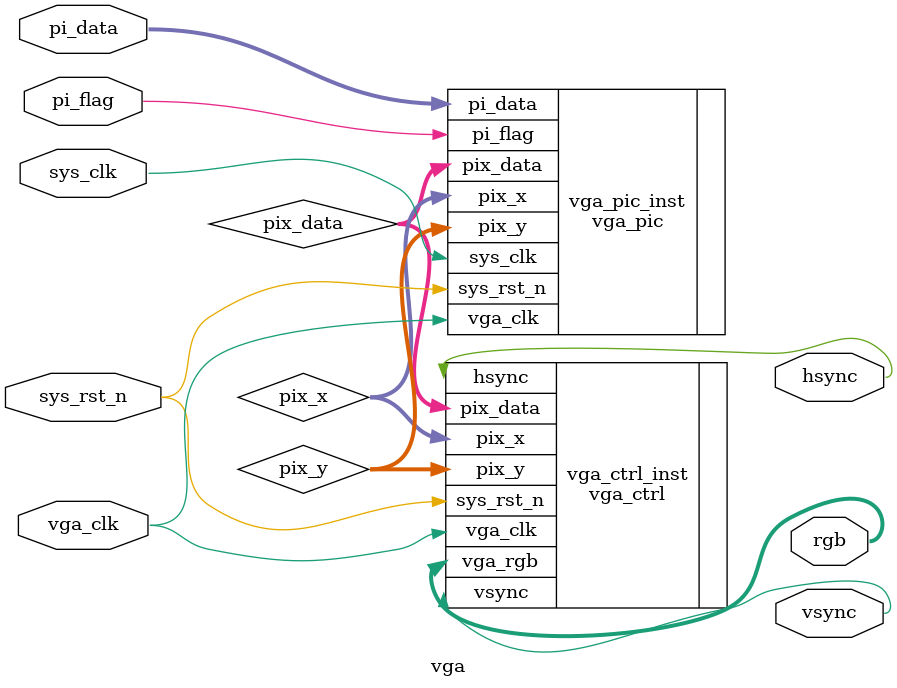
<source format=v>
module  vga
(
    input   wire            sys_clk     ,
    input   wire            vga_clk     ,
    input   wire            sys_rst_n   ,
    input   wire            pi_flag     ,
    input   wire    [7:0]   pi_data     ,

    output  wire            hsync       ,
    output  wire            vsync       ,
    output  wire    [7:0]   rgb
);

wire    [7:0]   pix_data;
wire    [9:0]   pix_x   ;
wire    [9:0]   pix_y   ;



vga_ctrl    vga_ctrl_inst
(
    .vga_clk     (vga_clk   ),
    .sys_rst_n   (sys_rst_n ),
    .pix_data    (pix_data  ),

    .pix_x       (pix_x     ),
    .pix_y       (pix_y     ),
    .hsync       (hsync     ),
    .vsync       (vsync     ),
    .vga_rgb     (rgb   )
);

vga_pic vga_pic_inst
(
    .sys_clk     (sys_clk),
    .vga_clk     (vga_clk),
    .sys_rst_n   (sys_rst_n),
    .pi_data     (pi_data),
    .pi_flag     (pi_flag),
    .pix_x       (pix_x),
    .pix_y       (pix_y),

    .pix_data    (pix_data)
);

endmodule

</source>
